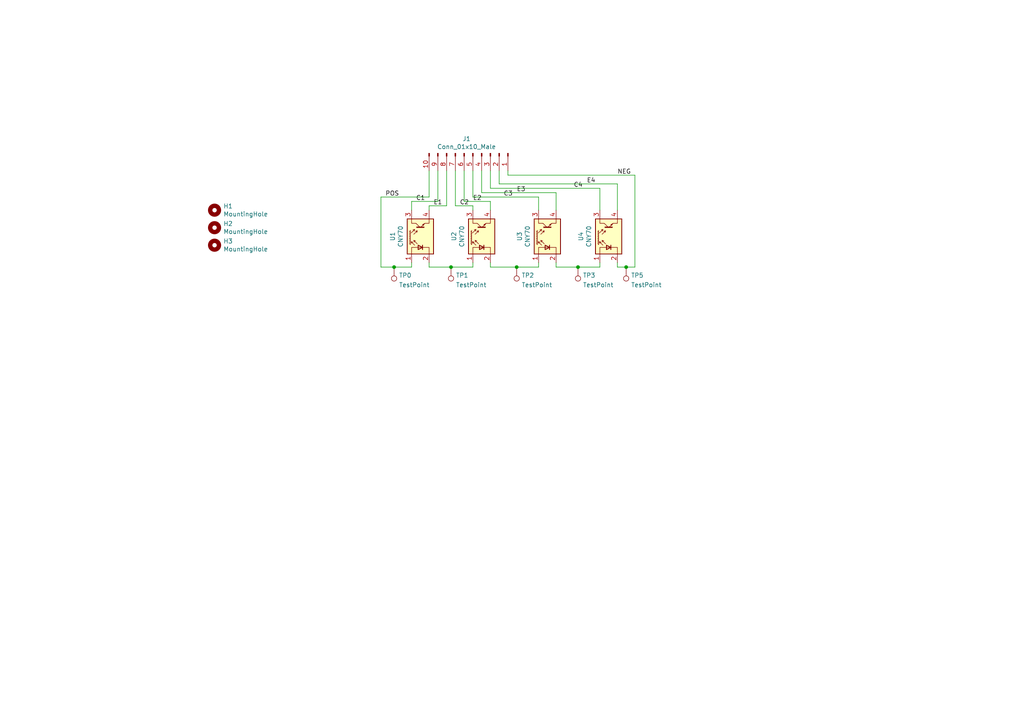
<source format=kicad_sch>
(kicad_sch (version 20211123) (generator eeschema)
  (paper "A4")
  (lib_symbols
    (symbol "Connector:Conn_01x10_Male" (pin_names (offset 1.016) hide)
      (property "Reference" "J" (at 0 12.7 0))
      (property "Value" "Conn_01x10_Male" (at 0 -15.24 0))
      (symbol "Conn_01x10_Male_1_1"
        (polyline (pts (xy 1.27 -12.7) (xy 0.8636 -12.7)) (stroke (width 0.1524)))
        (polyline (pts (xy 1.27 -10.16) (xy 0.8636 -10.16)) (stroke (width 0.1524)))
        (polyline (pts (xy 1.27 -7.62) (xy 0.8636 -7.62)) (stroke (width 0.1524)))
        (polyline (pts (xy 1.27 -5.08) (xy 0.8636 -5.08)) (stroke (width 0.1524)))
        (polyline (pts (xy 1.27 -2.54) (xy 0.8636 -2.54)) (stroke (width 0.1524)))
        (polyline (pts (xy 1.27 0) (xy 0.8636 0)) (stroke (width 0.1524)))
        (polyline (pts (xy 1.27 2.54) (xy 0.8636 2.54)) (stroke (width 0.1524)))
        (polyline (pts (xy 1.27 5.08) (xy 0.8636 5.08)) (stroke (width 0.1524)))
        (polyline (pts (xy 1.27 7.62) (xy 0.8636 7.62)) (stroke (width 0.1524)))
        (polyline (pts (xy 1.27 10.16) (xy 0.8636 10.16)) (stroke (width 0.1524)))
        (rectangle (start 0.8636 -12.573) (end 0 -12.827) (stroke (width 0.1524)) (fill (type outline)))
        (rectangle (start 0.8636 -10.033) (end 0 -10.287) (stroke (width 0.1524)) (fill (type outline)))
        (rectangle (start 0.8636 -7.493) (end 0 -7.747) (stroke (width 0.1524)) (fill (type outline)))
        (rectangle (start 0.8636 -4.953) (end 0 -5.207) (stroke (width 0.1524)) (fill (type outline)))
        (rectangle (start 0.8636 -2.413) (end 0 -2.667) (stroke (width 0.1524)) (fill (type outline)))
        (rectangle (start 0.8636 0.127) (end 0 -0.127) (stroke (width 0.1524)) (fill (type outline)))
        (rectangle (start 0.8636 2.667) (end 0 2.413) (stroke (width 0.1524)) (fill (type outline)))
        (rectangle (start 0.8636 5.207) (end 0 4.953) (stroke (width 0.1524)) (fill (type outline)))
        (rectangle (start 0.8636 7.747) (end 0 7.493) (stroke (width 0.1524)) (fill (type outline)))
        (rectangle (start 0.8636 10.287) (end 0 10.033) (stroke (width 0.1524)) (fill (type outline)))
        (pin passive line (at 5.08 10.16 180) (length 3.81) (name "Pin_1") (number "1"))
        (pin passive line (at 5.08 -12.7 180) (length 3.81) (name "Pin_10") (number "10"))
        (pin passive line (at 5.08 7.62 180) (length 3.81) (name "Pin_2") (number "2"))
        (pin passive line (at 5.08 5.08 180) (length 3.81) (name "Pin_3") (number "3"))
        (pin passive line (at 5.08 2.54 180) (length 3.81) (name "Pin_4") (number "4"))
        (pin passive line (at 5.08 0 180) (length 3.81) (name "Pin_5") (number "5"))
        (pin passive line (at 5.08 -2.54 180) (length 3.81) (name "Pin_6") (number "6"))
        (pin passive line (at 5.08 -5.08 180) (length 3.81) (name "Pin_7") (number "7"))
        (pin passive line (at 5.08 -7.62 180) (length 3.81) (name "Pin_8") (number "8"))
        (pin passive line (at 5.08 -10.16 180) (length 3.81) (name "Pin_9") (number "9"))
      )
    )
    (symbol "Connector:TestPoint" (pin_numbers hide) (pin_names (offset 0.762) hide)
      (property "Reference" "TP" (at 0 6.858 0))
      (property "Value" "TestPoint" (at 0 5.08 0))
      (symbol "TestPoint_0_1"
        (circle (center 0 3.302) (radius 0.762))
      )
      (symbol "TestPoint_1_1"
        (pin passive line (at 0 0 90) (length 2.54) (name "1") (number "1"))
      )
    )
    (symbol "Mechanical:MountingHole" (pin_names (offset 1.016))
      (property "Reference" "H" (at 0 5.08 0))
      (property "Value" "MountingHole" (at 0 3.175 0))
      (symbol "MountingHole_0_1"
        (circle (center 0 0) (radius 1.27) (stroke (width 1.27)))
      )
    )
    (symbol "Sensor_Proximity:CNY70" (pin_names (offset 1.016) hide)
      (property "Reference" "U" (at -5.08 5.08 0))
      (property "Value" "CNY70" (at 5.08 5.08 0))
      (symbol "CNY70_0_1"
        (polyline (pts (xy -3.81 -0.635) (xy -2.54 -0.635)) (stroke (width 0.254)))
        (polyline (pts (xy -2.286 2.921) (xy -2.032 3.175)))
        (polyline (pts (xy -1.778 2.921) (xy -1.524 3.175)))
        (polyline (pts (xy -1.524 2.667) (xy -1.651 2.159)))
        (polyline (pts (xy -1.27 2.921) (xy -1.016 3.175)))
        (polyline (pts (xy -1.143 1.905) (xy -1.27 1.397)))
        (polyline (pts (xy -0.762 2.921) (xy -0.508 3.175)))
        (polyline (pts (xy -0.254 2.921) (xy 0 3.175)))
        (polyline (pts (xy 0.254 2.921) (xy 0.508 3.175)))
        (polyline (pts (xy 0.762 2.921) (xy 1.016 3.175)))
        (polyline (pts (xy 1.27 2.921) (xy 1.524 3.175)))
        (polyline (pts (xy 1.651 0.889) (xy 1.143 1.016)))
        (polyline (pts (xy 1.778 2.921) (xy -2.413 2.921)))
        (polyline (pts (xy 2.032 1.651) (xy 1.524 1.778)))
        (polyline (pts (xy 2.667 -0.127) (xy 3.81 -1.27)))
        (polyline (pts (xy 2.667 0.127) (xy 3.81 1.27)))
        (polyline (pts (xy -2.54 1.651) (xy -1.524 2.667) (xy -2.032 2.54)))
        (polyline (pts (xy -2.159 0.889) (xy -1.143 1.905) (xy -1.651 1.778)))
        (polyline (pts (xy 0.635 1.905) (xy 1.651 0.889) (xy 1.524 1.397)))
        (polyline (pts (xy 1.016 2.667) (xy 2.032 1.651) (xy 1.905 2.159)))
        (polyline (pts (xy 2.667 1.016) (xy 2.667 -1.016) (xy 2.667 -1.016)) (stroke (width 0.3556)))
        (polyline (pts (xy 3.81 -1.27) (xy 3.81 -2.54) (xy 5.08 -2.54)))
        (polyline (pts (xy 3.81 1.27) (xy 3.81 2.54) (xy 5.08 2.54)))
        (polyline (pts (xy -5.08 -2.54) (xy -3.175 -2.54) (xy -3.175 2.54) (xy -5.08 2.54)))
        (polyline (pts (xy -3.175 -0.635) (xy -3.81 0.635) (xy -2.54 0.635) (xy -3.175 -0.635)) (stroke (width 0.254)))
        (polyline (pts (xy 3.683 -1.143) (xy 3.429 -0.635) (xy 3.175 -0.889) (xy 3.683 -1.143)))
        (polyline (pts (xy -5.08 -3.81) (xy 5.08 -3.81) (xy 5.08 3.81) (xy -5.08 3.81) (xy -5.08 -3.81)) (stroke (width 0.254)) (fill (type background)))
      )
      (symbol "CNY70_1_1"
        (pin passive line (at -7.62 2.54 0) (length 2.54) (name "A") (number "1"))
        (pin passive line (at -7.62 -2.54 0) (length 2.54) (name "K") (number "2"))
        (pin open_collector line (at 7.62 2.54 180) (length 2.54) (name "C") (number "3"))
        (pin open_emitter line (at 7.62 -2.54 180) (length 2.54) (name "E") (number "4"))
      )
    )
  )
  (junction (at 181.61 77.47))
  (junction (at 130.81 77.47))
  (junction (at 114.3 77.47))
  (junction (at 167.64 77.47))
  (junction (at 149.86 77.47))
  (wire (pts (xy 130.81 77.47) (xy 137.16 77.47)))
  (wire (pts (xy 132.08 49.53) (xy 132.08 59.69)))
  (wire (pts (xy 179.07 77.47) (xy 181.61 77.47)))
  (wire (pts (xy 134.62 58.42) (xy 142.24 58.42)))
  (wire (pts (xy 124.46 76.2) (xy 124.46 77.47)))
  (wire (pts (xy 156.21 57.15) (xy 156.21 60.96)))
  (wire (pts (xy 161.29 77.47) (xy 167.64 77.47)))
  (wire (pts (xy 179.07 53.34) (xy 179.07 60.96)))
  (wire (pts (xy 184.15 50.8) (xy 147.32 50.8)))
  (wire (pts (xy 147.32 50.8) (xy 147.32 49.53)))
  (wire (pts (xy 134.62 49.53) (xy 134.62 58.42)))
  (wire (pts (xy 110.49 77.47) (xy 114.3 77.47)))
  (wire (pts (xy 144.78 53.34) (xy 179.07 53.34)))
  (wire (pts (xy 124.46 57.15) (xy 110.49 57.15)))
  (wire (pts (xy 114.3 77.47) (xy 119.38 77.47)))
  (wire (pts (xy 137.16 57.15) (xy 137.16 49.53)))
  (wire (pts (xy 124.46 77.47) (xy 130.81 77.47)))
  (wire (pts (xy 110.49 57.15) (xy 110.49 77.47)))
  (wire (pts (xy 137.16 77.47) (xy 137.16 76.2)))
  (wire (pts (xy 132.08 59.69) (xy 137.16 59.69)))
  (wire (pts (xy 156.21 77.47) (xy 156.21 76.2)))
  (wire (pts (xy 179.07 76.2) (xy 179.07 77.47)))
  (wire (pts (xy 149.86 77.47) (xy 156.21 77.47)))
  (wire (pts (xy 124.46 59.69) (xy 129.54 59.69)))
  (wire (pts (xy 119.38 58.42) (xy 119.38 60.96)))
  (wire (pts (xy 124.46 49.53) (xy 124.46 57.15)))
  (wire (pts (xy 142.24 54.61) (xy 173.99 54.61)))
  (wire (pts (xy 127 49.53) (xy 127 58.42)))
  (wire (pts (xy 137.16 57.15) (xy 156.21 57.15)))
  (wire (pts (xy 142.24 49.53) (xy 142.24 54.61)))
  (wire (pts (xy 127 58.42) (xy 119.38 58.42)))
  (wire (pts (xy 167.64 77.47) (xy 173.99 77.47)))
  (wire (pts (xy 124.46 60.96) (xy 124.46 59.69)))
  (wire (pts (xy 119.38 77.47) (xy 119.38 76.2)))
  (wire (pts (xy 142.24 76.2) (xy 142.24 77.47)))
  (wire (pts (xy 181.61 77.47) (xy 184.15 77.47)))
  (wire (pts (xy 142.24 77.47) (xy 149.86 77.47)))
  (wire (pts (xy 184.15 77.47) (xy 184.15 50.8)))
  (wire (pts (xy 142.24 58.42) (xy 142.24 60.96)))
  (wire (pts (xy 139.7 49.53) (xy 139.7 55.88)))
  (wire (pts (xy 144.78 49.53) (xy 144.78 53.34)))
  (wire (pts (xy 173.99 54.61) (xy 173.99 60.96)))
  (wire (pts (xy 137.16 59.69) (xy 137.16 60.96)))
  (wire (pts (xy 161.29 55.88) (xy 161.29 60.96)))
  (wire (pts (xy 129.54 59.69) (xy 129.54 49.53)))
  (wire (pts (xy 173.99 77.47) (xy 173.99 76.2)))
  (wire (pts (xy 139.7 55.88) (xy 161.29 55.88)))
  (wire (pts (xy 161.29 76.2) (xy 161.29 77.47)))
  (label "C4" (at 166.37 54.61 0))
  (label "E3" (at 149.86 55.88 0))
  (label "C3" (at 146.05 57.15 0))
  (label "E1" (at 125.73 59.69 0))
  (label "NEG" (at 179.07 50.8 0))
  (label "C1" (at 120.65 58.42 0))
  (label "E2" (at 137.16 58.42 0))
  (label "C2" (at 133.35 59.69 0))
  (label "POS" (at 111.76 57.15 0))
  (label "E4" (at 170.18 53.34 0))
  (symbol (lib_id "Sensor_Proximity:CNY70") (at 121.92 68.58 90) (unit 1)
    (property "Reference" "U1" (at 113.8682 68.58 0))
    (property "Value" "CNY70" (at 116.1796 68.58 0))
    (property "Footprint" "OptoDevice:Vishay_CNY70" (effects hide))
    (property "Datasheet" "https://www.vishay.com/docs/83751/cny70.pdf" (effects hide))
  )
  (symbol (lib_id "Sensor_Proximity:CNY70") (at 139.7 68.58 90) (unit 1)
    (property "Reference" "U2" (at 131.6482 68.58 0))
    (property "Value" "CNY70" (at 133.9596 68.58 0))
    (property "Footprint" "OptoDevice:Vishay_CNY70" (effects hide))
    (property "Datasheet" "https://www.vishay.com/docs/83751/cny70.pdf" (effects hide))
  )
  (symbol (lib_id "Mechanical:MountingHole") (at 62.23 60.96 0) (unit 1)
    (property "Reference" "H1" (at 64.77 59.7916 0) (effects (justify left)))
    (property "Value" "MountingHole" (at 64.77 62.103 0) (effects (justify left)))
    (property "Footprint" "Mounting_Holes:MountingHole_3.2mm_M3" (effects hide))
  )
  (symbol (lib_id "Sensor_Proximity:CNY70") (at 158.75 68.58 90) (unit 1)
    (property "Reference" "U3" (at 150.6982 68.58 0))
    (property "Value" "CNY70" (at 153.0096 68.58 0))
    (property "Footprint" "OptoDevice:Vishay_CNY70" (effects hide))
    (property "Datasheet" "https://www.vishay.com/docs/83751/cny70.pdf" (effects hide))
  )
  (symbol (lib_id "Sensor_Proximity:CNY70") (at 176.53 68.58 90) (unit 1)
    (property "Reference" "U4" (at 168.4782 68.58 0))
    (property "Value" "CNY70" (at 170.7896 68.58 0))
    (property "Footprint" "OptoDevice:Vishay_CNY70" (effects hide))
    (property "Datasheet" "https://www.vishay.com/docs/83751/cny70.pdf" (effects hide))
  )
  (symbol (lib_id "Connector:Conn_01x10_Male") (at 137.16 44.45 270) (unit 1)
    (property "Reference" "J1" (at 135.3312 40.259 90))
    (property "Value" "Conn_01x10_Male" (at 135.3312 42.5704 90))
    (property "Footprint" "Pin_Headers:Pin_Header_Angled_1x10_Pitch2.54mm" (effects hide))
  )
  (symbol (lib_id "Mechanical:MountingHole") (at 62.23 66.04 0) (unit 1)
    (property "Reference" "H2" (at 64.77 64.8716 0) (effects (justify left)))
    (property "Value" "MountingHole" (at 64.77 67.183 0) (effects (justify left)))
    (property "Footprint" "Mounting_Holes:MountingHole_3.2mm_M3" (effects hide))
  )
  (symbol (lib_id "Mechanical:MountingHole") (at 62.23 71.12 0) (unit 1)
    (property "Reference" "H3" (at 64.77 69.9516 0) (effects (justify left)))
    (property "Value" "MountingHole" (at 64.77 72.263 0) (effects (justify left)))
    (property "Footprint" "Mounting_Holes:MountingHole_3.2mm_M3" (effects hide))
  )
  (symbol (lib_id "Connector:TestPoint") (at 149.86 77.47 180) (unit 1)
    (property "Reference" "TP2" (at 151.257 79.8635 0) (effects (justify right)))
    (property "Value" "TestPoint" (at 151.257 82.6386 0) (effects (justify right)))
    (property "Footprint" "TestPoint:TestPoint_Pad_1.0x1.0mm" (effects hide))
  )
  (symbol (lib_id "Connector:TestPoint") (at 181.61 77.47 180) (unit 1)
    (property "Reference" "TP5" (at 183.007 79.8635 0) (effects (justify right)))
    (property "Value" "TestPoint" (at 183.007 82.6386 0) (effects (justify right)))
    (property "Footprint" "TestPoint:TestPoint_Pad_1.0x1.0mm" (effects hide))
  )
  (symbol (lib_id "Connector:TestPoint") (at 114.3 77.47 180) (unit 1)
    (property "Reference" "TP0" (at 115.697 79.8635 0) (effects (justify right)))
    (property "Value" "TestPoint" (at 115.697 82.6386 0) (effects (justify right)))
    (property "Footprint" "TestPoint:TestPoint_Pad_1.0x1.0mm" (effects hide))
  )
  (symbol (lib_id "Connector:TestPoint") (at 130.81 77.47 180) (unit 1)
    (property "Reference" "TP1" (at 132.207 79.8635 0) (effects (justify right)))
    (property "Value" "TestPoint" (at 132.207 82.6386 0) (effects (justify right)))
    (property "Footprint" "TestPoint:TestPoint_Pad_1.0x1.0mm" (effects hide))
  )
  (symbol (lib_id "Connector:TestPoint") (at 167.64 77.47 180) (unit 1)
    (property "Reference" "TP3" (at 169.037 79.8635 0) (effects (justify right)))
    (property "Value" "TestPoint" (at 169.037 82.6386 0) (effects (justify right)))
    (property "Footprint" "TestPoint:TestPoint_Pad_1.0x1.0mm" (effects hide))
  )
)
</source>
